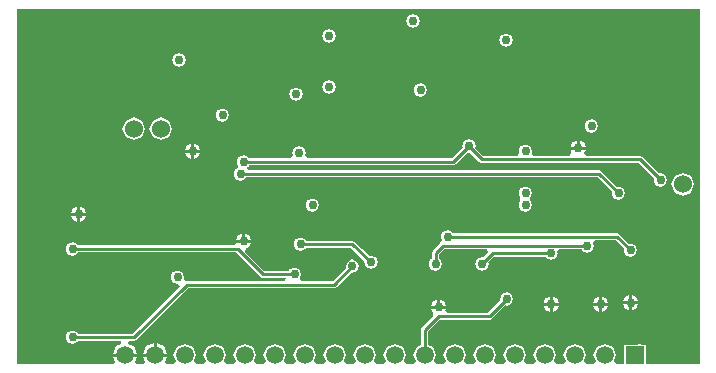
<source format=gbl>
%FSTAX23Y23*%
%MOIN*%
%SFA1B1*%

%IPPOS*%
%ADD25C,0.010000*%
%ADD26C,0.020000*%
%ADD27C,0.030000*%
%ADD28C,0.059055*%
%ADD29R,0.059055X0.059055*%
%ADD30C,0.060000*%
%ADD31C,0.020000*%
%LNtwo_ant_fpga_board-1*%
%LPD*%
G36*
X03895Y017D02*
X03715D01*
Y01745*
X03717Y0175*
X03715Y01754*
Y01765*
X03704*
X037Y01767*
X0369*
X03685Y01765*
X03644*
Y017*
X03616*
X0361Y0171*
X03618Y0173*
X03607Y01757*
X0358Y01768*
X03552Y01757*
X03541Y0173*
X03549Y0171*
X03543Y017*
X03516*
X0351Y0171*
X03518Y0173*
X03507Y01757*
X0348Y01768*
X03452Y01757*
X03441Y0173*
X03449Y0171*
X03443Y017*
X03416*
X0341Y0171*
X03418Y0173*
X03407Y01757*
X0338Y01768*
X03352Y01757*
X03341Y0173*
X03349Y0171*
X03343Y017*
X03316*
X0331Y0171*
X03318Y0173*
X03307Y01757*
X0328Y01768*
X03252Y01757*
X03241Y0173*
X03249Y0171*
X03243Y017*
X03216*
X0321Y0171*
X03218Y0173*
X03207Y01757*
X0318Y01768*
X03152Y01757*
X03141Y0173*
X03149Y0171*
X03143Y017*
X03116*
X0311Y0171*
X03118Y0173*
X03107Y01757*
X0308Y01768*
X03052Y01757*
X03041Y0173*
X03049Y0171*
X03043Y017*
X03016*
X0301Y0171*
X03018Y0173*
X03007Y01757*
X02991Y01763*
Y0181*
X03029Y01848*
X03195*
X03203Y01851*
X03248Y01896*
X03252Y01894*
X03268Y01901*
X03274Y01917*
X03268Y01933*
X03252Y01939*
X03236Y01933*
X03229Y01917*
X03231Y01913*
X0319Y01871*
X03053*
X03047Y0188*
X0305Y01885*
X03*
X03005Y0187*
X03006Y0187*
X03008Y0186*
X02971Y01823*
X02968Y01815*
Y01763*
X02952Y01757*
X02941Y0173*
X02949Y0171*
X02943Y017*
X02916*
X0291Y0171*
X02918Y0173*
X02907Y01757*
X0288Y01768*
X02852Y01757*
X02841Y0173*
X02849Y0171*
X02843Y017*
X02816*
X0281Y0171*
X02818Y0173*
X02807Y01757*
X0278Y01768*
X02752Y01757*
X02741Y0173*
X02749Y0171*
X02743Y017*
X02716*
X0271Y0171*
X02718Y0173*
X02707Y01757*
X0268Y01768*
X02652Y01757*
X02641Y0173*
X02649Y0171*
X02643Y017*
X02616*
X0261Y0171*
X02618Y0173*
X02607Y01757*
X0258Y01768*
X02552Y01757*
X02541Y0173*
X02549Y0171*
X02543Y017*
X02516*
X0251Y0171*
X02518Y0173*
X02507Y01757*
X0248Y01768*
X02452Y01757*
X02441Y0173*
X02449Y0171*
X02443Y017*
X02416*
X0241Y0171*
X02418Y0173*
X02407Y01757*
X0238Y01768*
X02352Y01757*
X02341Y0173*
X02349Y0171*
X02343Y017*
X02316*
X0231Y0171*
X02318Y0173*
X02307Y01757*
X0228Y01768*
X02252Y01757*
X02241Y0173*
X02249Y0171*
X02243Y017*
X02216*
X0221Y0171*
X02218Y0173*
X02207Y01757*
X0218Y01768*
X02152Y01757*
X02141Y0173*
X02149Y0171*
X02143Y017*
X02119*
X02113Y01708*
X0212Y01725*
X0208*
X02039*
X02046Y01708*
X0204Y017*
X02019*
X02013Y01708*
X0202Y01725*
X0198*
X01939*
X01946Y01708*
X0194Y017*
X0162*
Y02885*
X03895*
Y017*
G37*
%LNtwo_ant_fpga_board-2*%
%LPC*%
G36*
X0366Y0193D02*
X03645Y01924D01*
X0364Y0191*
X0366*
Y0193*
G37*
G36*
X0367D02*
Y0191D01*
X0369*
X03684Y01924*
X0367Y0193*
G37*
G36*
X03405Y01925D02*
Y01905D01*
X03425*
X03419Y01919*
X03405Y01925*
G37*
G36*
X0356D02*
X03545Y01919D01*
X0354Y01905*
X0356*
Y01925*
G37*
G36*
X0357D02*
Y01905D01*
X0359*
X03584Y01919*
X0357Y01925*
G37*
G36*
X0237Y02135D02*
X02355Y02129D01*
X0235Y02115*
X0237*
Y02135*
G37*
G36*
X0238D02*
Y02115D01*
X024*
X02394Y02129*
X0238Y02135*
G37*
G36*
X0182Y02195D02*
X018D01*
X01805Y0218*
X0182Y02175*
Y02195*
G37*
G36*
X01805Y02107D02*
X01788Y02101D01*
X01782Y02085*
X01788Y02068*
X01805Y02062*
X01821Y02068*
X01822Y02073*
X0235*
X02431Y01991*
X0244Y01988*
X02517*
X02517Y01986*
X02512Y01976*
X02185*
X02182Y01975*
X02175Y01983*
X02177Y0199*
X02171Y02006*
X02155Y02012*
X02138Y02006*
X02132Y0199*
X02138Y01973*
X02155Y01967*
X02157Y01968*
X02162Y01959*
X02005Y01801*
X01822*
X01821Y01806*
X01805Y01812*
X01788Y01806*
X01782Y0179*
X01788Y01773*
X01805Y01767*
X01821Y01773*
X01822Y01778*
X01966*
X01968Y01768*
X01949Y0176*
X01939Y01735*
X0198*
X0202*
X0201Y0176*
X01991Y01768*
X01993Y01778*
X0201*
X02018Y01781*
X02189Y01953*
X02676*
X02685Y01956*
X02734Y02005*
X02738Y02003*
X02754Y0201*
X02761Y02026*
X02754Y02042*
X02738Y02049*
X02722Y02042*
X02715Y02026*
X02717Y02022*
X02672Y01976*
X02567*
X02562Y01986*
X02567Y02*
X02561Y02016*
X02545Y02022*
X02528Y02016*
X02527Y02011*
X02444*
X02381Y02074*
X02384Y02086*
X02394Y0209*
X024Y02105*
X02349*
X02344Y02096*
X01822*
X01821Y02101*
X01805Y02107*
G37*
G36*
X02565Y02122D02*
X02548Y02116D01*
X02542Y021*
X02548Y02083*
X02565Y02077*
X02581Y02083*
X02582Y02088*
X0273*
X02778Y02043*
X02777Y0204*
X02783Y02023*
X028Y02017*
X02816Y02023*
X02822Y0204*
X02816Y02056*
X028Y02062*
X02795Y0206*
X02743Y02108*
X02739Y0211*
X02735Y02111*
X02582*
X02581Y02116*
X02565Y02122*
G37*
G36*
X03055Y02147D02*
X03038Y02141D01*
X03032Y02125*
X03036Y02113*
X03031Y02103*
X03006Y02078*
X03003Y0207*
Y02052*
X02998Y02051*
X02992Y02035*
X02998Y02018*
X03015Y02012*
X03031Y02018*
X03037Y02035*
X03031Y02051*
X03026Y02052*
Y02065*
X03044Y02083*
X03187*
X03191Y02073*
X03174Y02056*
X0317Y02057*
X03153Y02051*
X03147Y02035*
X03153Y02018*
X0317Y02012*
X03186Y02018*
X03192Y02035*
X03191Y02039*
X03209Y02058*
X03382*
X03383Y02053*
X034Y02047*
X03416Y02053*
X03422Y0207*
X0342Y02074*
X03426Y02083*
X03502*
X03503Y02078*
X0352Y02072*
X03536Y02078*
X03542Y02095*
X03539Y02103*
X03546Y02113*
X03615*
X03643Y02084*
X03642Y0208*
X03648Y02063*
X03665Y02057*
X03681Y02063*
X03687Y0208*
X03681Y02096*
X03665Y02102*
X0366Y02101*
X03628Y02133*
X0362Y02136*
X03072*
X03071Y02141*
X03055Y02147*
G37*
G36*
X03425Y01895D02*
X03405D01*
Y01875*
X03419Y0188*
X03425Y01895*
G37*
G36*
X0356D02*
X0354D01*
X03545Y0188*
X0356Y01875*
Y01895*
G37*
G36*
X03395D02*
X03375D01*
X0338Y0188*
X03395Y01875*
Y01895*
G37*
G36*
X02075Y0177D02*
X02049Y0176D01*
X02039Y01735*
X02075*
Y0177*
G37*
G36*
X02085D02*
Y01735D01*
X0212*
X0211Y0176*
X02085Y0177*
G37*
G36*
X0359Y01895D02*
X0357D01*
Y01875*
X03584Y0188*
X0359Y01895*
G37*
G36*
X0303Y01915D02*
Y01895D01*
X0305*
X03044Y01909*
X0303Y01915*
G37*
G36*
X03395Y01925D02*
X0338Y01919D01*
X03375Y01905*
X03395*
Y01925*
G37*
G36*
X0302Y01915D02*
X03005Y01909D01*
X03Y01895*
X0302*
Y01915*
G37*
G36*
X0366Y019D02*
X0364D01*
X03645Y01885*
X0366Y0188*
Y019*
G37*
G36*
X0369D02*
X0367D01*
Y0188*
X03684Y01885*
X0369Y019*
G37*
G36*
X0185Y02195D02*
X0183D01*
Y02175*
X01844Y0218*
X0185Y02195*
G37*
G36*
X02305Y02552D02*
X02288Y02546D01*
X02282Y0253*
X02288Y02513*
X02305Y02507*
X02321Y02513*
X02327Y0253*
X02321Y02546*
X02305Y02552*
G37*
G36*
X0255Y02622D02*
X02533Y02616D01*
X02527Y026*
X02533Y02583*
X0255Y02577*
X02566Y02583*
X02572Y026*
X02566Y02616*
X0255Y02622*
G37*
G36*
X03535Y02517D02*
X03518Y02511D01*
X03512Y02495*
X03518Y02478*
X03535Y02472*
X03551Y02478*
X03557Y02495*
X03551Y02511*
X03535Y02517*
G37*
G36*
X0201Y02523D02*
X01982Y02512D01*
X01971Y02485*
X01982Y02457*
X0201Y02446*
X02037Y02457*
X02048Y02485*
X02037Y02512*
X0201Y02523*
G37*
G36*
X021D02*
X02072Y02512D01*
X02061Y02485*
X02072Y02457*
X021Y02446*
X02127Y02457*
X02138Y02485*
X02127Y02512*
X021Y02523*
G37*
G36*
X02965Y02637D02*
X02948Y02631D01*
X02942Y02615*
X02948Y02598*
X02965Y02592*
X02981Y02598*
X02987Y02615*
X02981Y02631*
X02965Y02637*
G37*
G36*
X0266Y02817D02*
X02643Y02811D01*
X02637Y02795*
X02643Y02778*
X0266Y02772*
X02676Y02778*
X02682Y02795*
X02676Y02811*
X0266Y02817*
G37*
G36*
X0294Y02867D02*
X02923Y02861D01*
X02917Y02845*
X02923Y02828*
X0294Y02822*
X02956Y02828*
X02962Y02845*
X02956Y02861*
X0294Y02867*
G37*
G36*
X0325Y02802D02*
X03233Y02796D01*
X03227Y0278*
X03233Y02763*
X0325Y02757*
X03266Y02763*
X03272Y0278*
X03266Y02796*
X0325Y02802*
G37*
G36*
X0266Y02647D02*
X02643Y02641D01*
X02637Y02625*
X02643Y02608*
X0266Y02602*
X02676Y02608*
X02682Y02625*
X02676Y02641*
X0266Y02647*
G37*
G36*
X0216Y02737D02*
X02143Y02731D01*
X02137Y02715*
X02143Y02698*
X0216Y02692*
X02176Y02698*
X02182Y02715*
X02176Y02731*
X0216Y02737*
G37*
G36*
X03495Y02445D02*
Y02425D01*
X03515*
X03509Y02439*
X03495Y02445*
G37*
G36*
X03315Y02292D02*
X03298Y02286D01*
X03292Y0227*
X03298Y02253*
Y02246*
X03292Y0223*
X03298Y02213*
X03315Y02207*
X03331Y02213*
X03337Y0223*
X03331Y02246*
Y02253*
X03337Y0227*
X03331Y02286*
X03315Y02292*
G37*
G36*
X0384Y02338D02*
X03812Y02327D01*
X03801Y023*
X03812Y02272*
X0384Y02261*
X03867Y02272*
X03878Y023*
X03867Y02327*
X0384Y02338*
G37*
G36*
X02605Y02252D02*
X02588Y02246D01*
X02582Y0223*
X02588Y02213*
X02605Y02207*
X02621Y02213*
X02627Y0223*
X02621Y02246*
X02605Y02252*
G37*
G36*
X0182Y02225D02*
X01805Y02219D01*
X018Y02205*
X0182*
Y02225*
G37*
G36*
X0183D02*
Y02205D01*
X0185*
X01844Y02219*
X0183Y02225*
G37*
G36*
X022Y02405D02*
X0218D01*
X02185Y0239*
X022Y02385*
Y02405*
G37*
G36*
X0221Y02435D02*
Y02415D01*
X0223*
X02224Y02429*
X0221Y02435*
G37*
G36*
X03485Y02445D02*
X0347Y02439D01*
X03465Y02425*
X03485*
Y02445*
G37*
G36*
X022Y02435D02*
X02185Y02429D01*
X0218Y02415*
X022*
Y02435*
G37*
G36*
X0223Y02405D02*
X0221D01*
Y02385*
X02224Y0239*
X0223Y02405*
G37*
G36*
X03126Y02449D02*
X0311Y02443D01*
X03103Y02427*
X03105Y02422*
X03069Y02386*
X02586*
X02579Y02396*
X02582Y02405*
X02576Y02421*
X0256Y02427*
X02543Y02421*
X02537Y02405*
X0254Y02396*
X02533Y02386*
X02392*
X02391Y02391*
X02375Y02397*
X02358Y02391*
X02352Y02375*
X02358Y02358*
Y02355*
X02348Y02351*
X02342Y02335*
X02348Y02318*
X02365Y02312*
X02381Y02318*
X02382Y02323*
X03555*
X03603Y02274*
X03602Y0227*
X03608Y02253*
X03625Y02247*
X03641Y02253*
X03647Y0227*
X03641Y02286*
X03625Y02292*
X0362Y02291*
X03568Y02343*
X0356Y02346*
X02389*
X02387Y02356*
X02388Y02357*
X02391Y02358*
X02392Y02362*
X02393Y02363*
X03074*
X03082Y02366*
X03121Y02405*
X03125*
X03126Y02404*
X03127Y02405*
X03131*
X03161Y02375*
X0317Y02371*
X03691*
X03743Y02319*
X03742Y02315*
X03748Y02298*
X03765Y02292*
X03781Y02298*
X03787Y02315*
X03781Y02331*
X03765Y02337*
X0376Y02336*
X03704Y02392*
X03696Y02395*
X03516*
X03511Y02405*
X03515Y02415*
X03465*
X03468Y02405*
X03463Y02395*
X0334*
X03335Y02403*
X03337Y0241*
X03331Y02426*
X03315Y02432*
X03298Y02426*
X03292Y0241*
X03294Y02403*
X03289Y02395*
X03174*
X03147Y02422*
X03149Y02427*
X03142Y02443*
X03126Y02449*
G37*
%LNtwo_ant_fpga_board-3*%
%LPD*%
G54D25*
X0298Y0173D02*
Y01815D01*
X02365Y02335D02*
X0356D01*
X03625Y0227*
X03055Y02125D02*
X0362D01*
X03665Y0208*
X03015Y0207D02*
X0304Y02095D01*
X03015Y02035D02*
Y0207D01*
X0304Y02095D02*
X0352D01*
X0317Y02035D02*
X03205Y0207D01*
X034*
X02676Y01965D02*
X02738Y02026D01*
X02185Y01965D02*
X02676D01*
X0201Y0179D02*
X02185Y01965D01*
X01805Y0179D02*
X0201D01*
X0244Y02D02*
X02545D01*
X02355Y02085D02*
X0244Y02D01*
X01805Y02085D02*
X02355D01*
X0298Y01815D02*
X03025Y0186D01*
X03195*
X03252Y01917*
X02735Y021D02*
X028Y0204D01*
X02565Y021D02*
X02735D01*
X03074Y02375D02*
X03126Y02427D01*
X02375Y02375D02*
X03074D01*
X03126Y02427D02*
X0317Y02383D01*
X03696D02*
X03765Y02315D01*
X0317Y02383D02*
X03696D01*
G54D26*
X0369Y0175D02*
X037D01*
G54D27*
X01825Y022D03*
X03025Y0189D03*
X034Y019D03*
X02305Y0253D03*
X0349Y0242D03*
X02375Y0211D03*
X02205Y0241D03*
X03315Y0223D03*
Y0227D03*
Y0241D03*
X03535Y02495D03*
X03625Y0227D03*
X0325Y0278D03*
X02965Y02615D03*
X0294Y02845D03*
X0266Y02795D03*
Y02625D03*
X0255Y026D03*
X0216Y02715D03*
X02365Y02335D03*
X02605Y0223D03*
X0256Y02405D03*
X02155Y0199D03*
X03665Y0208D03*
X0352Y02095D03*
X034Y0207D03*
X0317Y02035D03*
X03055Y02125D03*
X03015Y02035D03*
X01805Y0179D03*
Y02085D03*
X02738Y02026D03*
X02545Y02D03*
X03252Y01917D03*
X02565Y021D03*
X028Y0204D03*
X02375Y02375D03*
X03126Y02427D03*
X03765Y02315D03*
X03565Y019D03*
X03665Y01905D03*
G54D28*
X0198Y0173D03*
X0208D03*
X0218D03*
X0228D03*
X0238D03*
X0248D03*
X0258D03*
X0268D03*
X0278D03*
X0288D03*
X0298D03*
X0308D03*
X0318D03*
X0328D03*
X0338D03*
X0348D03*
X0358D03*
G54D29*
X0368Y0173D03*
G54D30*
X021Y02485D03*
X0201D03*
X0384Y023D03*
G54D31*
X038Y028D03*
Y026D03*
Y024D03*
Y022D03*
X0385Y021D03*
X038Y02D03*
X0385Y019D03*
X038Y018D03*
X037Y028D03*
X0375Y027D03*
Y025D03*
X037Y022D03*
X036Y028D03*
X035D03*
Y022D03*
X034Y028D03*
X0345Y027D03*
Y019D03*
X034Y018D03*
X033Y028D03*
Y026D03*
X031Y028D03*
X0315Y023D03*
X031Y022D03*
X03Y028D03*
X0305Y023D03*
X03Y022D03*
X0295Y023D03*
X029Y022D03*
X0295Y021D03*
X0285Y023D03*
X028Y022D03*
X0285Y021D03*
X0275Y023D03*
X026Y028D03*
X025D03*
Y026D03*
X0255Y025D03*
X024Y028D03*
Y026D03*
X0245Y025D03*
X0235Y027D03*
X0225Y023D03*
X021Y028D03*
X02D03*
X0205Y027D03*
X019Y028D03*
X018D03*
X017D03*
Y026D03*
Y024D03*
Y022D03*
X0175Y021D03*
M02*
</source>
